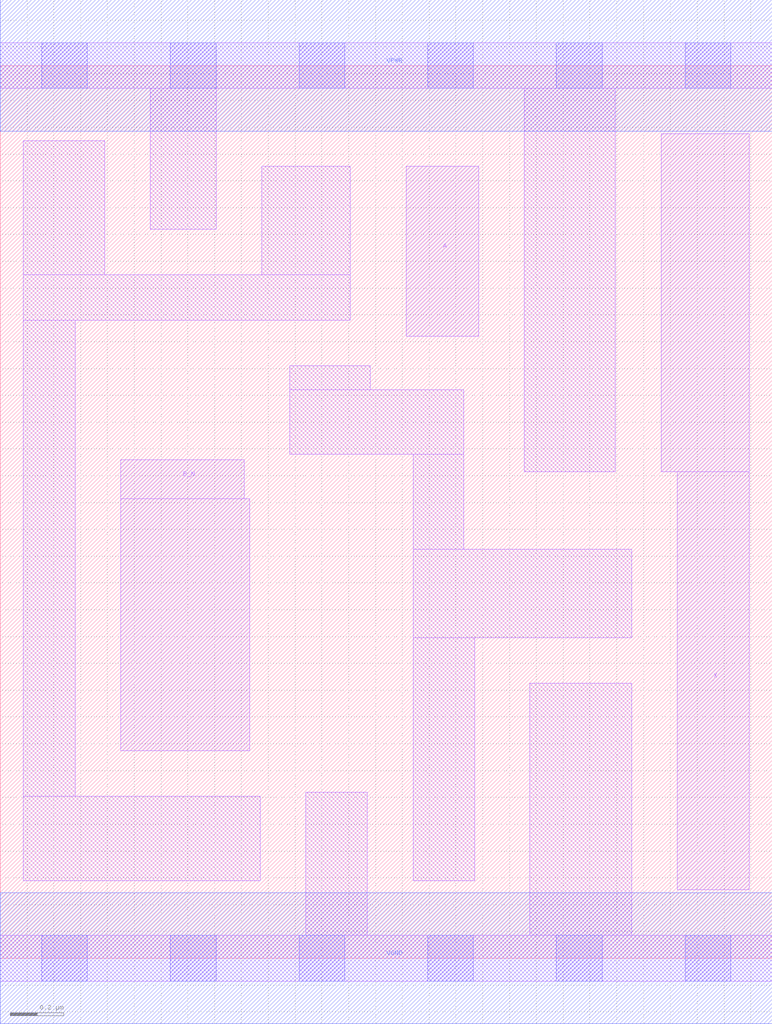
<source format=lef>
# Copyright 2020 The SkyWater PDK Authors
#
# Licensed under the Apache License, Version 2.0 (the "License");
# you may not use this file except in compliance with the License.
# You may obtain a copy of the License at
#
#     https://www.apache.org/licenses/LICENSE-2.0
#
# Unless required by applicable law or agreed to in writing, software
# distributed under the License is distributed on an "AS IS" BASIS,
# WITHOUT WARRANTIES OR CONDITIONS OF ANY KIND, either express or implied.
# See the License for the specific language governing permissions and
# limitations under the License.
#
# SPDX-License-Identifier: Apache-2.0

VERSION 5.7 ;
  NAMESCASESENSITIVE ON ;
  NOWIREEXTENSIONATPIN ON ;
  DIVIDERCHAR "/" ;
  BUSBITCHARS "[]" ;
UNITS
  DATABASE MICRONS 200 ;
END UNITS
MACRO sky130_fd_sc_lp__or2b_1
  CLASS CORE ;
  SOURCE USER ;
  FOREIGN sky130_fd_sc_lp__or2b_1 ;
  ORIGIN  0.000000  0.000000 ;
  SIZE  2.880000 BY  3.330000 ;
  SYMMETRY X Y R90 ;
  SITE unit ;
  PIN A
    ANTENNAGATEAREA  0.126000 ;
    DIRECTION INPUT ;
    USE SIGNAL ;
    PORT
      LAYER li1 ;
        RECT 1.515000 2.320000 1.785000 2.955000 ;
    END
  END A
  PIN B_N
    ANTENNAGATEAREA  0.126000 ;
    DIRECTION INPUT ;
    USE SIGNAL ;
    PORT
      LAYER li1 ;
        RECT 0.450000 0.775000 0.930000 1.715000 ;
        RECT 0.450000 1.715000 0.910000 1.860000 ;
    END
  END B_N
  PIN X
    ANTENNADIFFAREA  0.556500 ;
    DIRECTION OUTPUT ;
    USE SIGNAL ;
    PORT
      LAYER li1 ;
        RECT 2.465000 1.815000 2.795000 3.075000 ;
        RECT 2.525000 0.255000 2.795000 1.815000 ;
    END
  END X
  PIN VGND
    DIRECTION INOUT ;
    USE GROUND ;
    PORT
      LAYER met1 ;
        RECT 0.000000 -0.245000 2.880000 0.245000 ;
    END
  END VGND
  PIN VPWR
    DIRECTION INOUT ;
    USE POWER ;
    PORT
      LAYER met1 ;
        RECT 0.000000 3.085000 2.880000 3.575000 ;
    END
  END VPWR
  OBS
    LAYER li1 ;
      RECT 0.000000 -0.085000 2.880000 0.085000 ;
      RECT 0.000000  3.245000 2.880000 3.415000 ;
      RECT 0.085000  0.290000 0.970000 0.605000 ;
      RECT 0.085000  0.605000 0.280000 2.380000 ;
      RECT 0.085000  2.380000 1.305000 2.550000 ;
      RECT 0.085000  2.550000 0.390000 3.050000 ;
      RECT 0.560000  2.720000 0.805000 3.245000 ;
      RECT 0.975000  2.550000 1.305000 2.955000 ;
      RECT 1.080000  1.880000 1.730000 2.120000 ;
      RECT 1.080000  2.120000 1.380000 2.210000 ;
      RECT 1.140000  0.085000 1.370000 0.620000 ;
      RECT 1.540000  0.290000 1.770000 1.195000 ;
      RECT 1.540000  1.195000 2.355000 1.525000 ;
      RECT 1.540000  1.525000 1.730000 1.880000 ;
      RECT 1.955000  1.815000 2.295000 3.245000 ;
      RECT 1.975000  0.085000 2.355000 1.025000 ;
    LAYER mcon ;
      RECT 0.155000 -0.085000 0.325000 0.085000 ;
      RECT 0.155000  3.245000 0.325000 3.415000 ;
      RECT 0.635000 -0.085000 0.805000 0.085000 ;
      RECT 0.635000  3.245000 0.805000 3.415000 ;
      RECT 1.115000 -0.085000 1.285000 0.085000 ;
      RECT 1.115000  3.245000 1.285000 3.415000 ;
      RECT 1.595000 -0.085000 1.765000 0.085000 ;
      RECT 1.595000  3.245000 1.765000 3.415000 ;
      RECT 2.075000 -0.085000 2.245000 0.085000 ;
      RECT 2.075000  3.245000 2.245000 3.415000 ;
      RECT 2.555000 -0.085000 2.725000 0.085000 ;
      RECT 2.555000  3.245000 2.725000 3.415000 ;
  END
END sky130_fd_sc_lp__or2b_1
END LIBRARY

</source>
